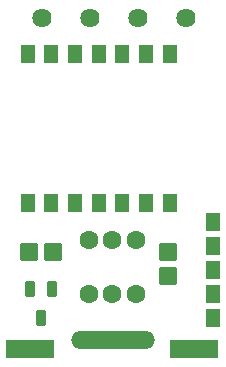
<source format=gts>
G04 Layer: TopSolderMaskLayer*
G04 EasyEDA v6.5.23, 2023-04-30 22:23:46*
G04 780a14c897c5458fb3efe7b42501c717,664421963ecb4a5db0a4e46f32b0c09c,10*
G04 Gerber Generator version 0.2*
G04 Scale: 100 percent, Rotated: No, Reflected: No *
G04 Dimensions in millimeters *
G04 leading zeros omitted , absolute positions ,4 integer and 5 decimal *
%FSLAX45Y45*%
%MOMM*%

%AMMACRO1*1,1,$1,$2,$3*1,1,$1,$4,$5*1,1,$1,0-$2,0-$3*1,1,$1,0-$4,0-$5*20,1,$1,$2,$3,$4,$5,0*20,1,$1,$4,$5,0-$2,0-$3,0*20,1,$1,0-$2,0-$3,0-$4,0-$5,0*20,1,$1,0-$4,0-$5,$2,$3,0*4,1,4,$2,$3,$4,$5,0-$2,0-$3,0-$4,0-$5,$2,$3,0*%
%ADD10MACRO1,0.1016X-2X0.75X2X0.75*%
%ADD11MACRO1,0.1016X0.5663X-0.6885X0.5663X0.6885*%
%ADD12MACRO1,0.1016X-0.35X0.625X0.35X0.625*%
%ADD13MACRO1,0.1016X-0.705X-0.675X-0.705X0.675*%
%ADD14MACRO1,0.1016X0.705X-0.675X0.705X0.675*%
%ADD15MACRO1,0.1016X0.5004X0.7506X0.5004X-0.7506*%
%ADD16C,1.6000*%
%ADD17MACRO1,0.1016X-0.675X0.705X0.675X0.705*%
%ADD18MACRO1,0.1016X-0.675X-0.705X0.675X-0.705*%
%ADD19C,1.6256*%
%ADD20O,7.101586000000001X1.5015972000000002*%

%LPD*%
D10*
G01*
X412800Y130605D03*
G01*
X1803450Y130605D03*
D11*
G01*
X1968494Y596899D03*
G01*
X1968494Y1003299D03*
G01*
X1968494Y1206499D03*
G01*
X1968494Y800099D03*
G01*
X1968494Y393699D03*
D12*
G01*
X507999Y389381D03*
G01*
X413003Y639317D03*
G01*
X602996Y639317D03*
D13*
G01*
X608002Y952499D03*
D14*
G01*
X407997Y952499D03*
D15*
G01*
X1597660Y2628899D03*
G01*
X1397000Y2628899D03*
G01*
X1196339Y2628899D03*
G01*
X998219Y2628899D03*
G01*
X797559Y2628899D03*
G01*
X596899Y2628899D03*
G01*
X398780Y2628899D03*
G01*
X1597660Y1369059D03*
G01*
X1397000Y1369059D03*
G01*
X1196339Y1369059D03*
G01*
X998219Y1369059D03*
G01*
X797559Y1369059D03*
G01*
X596899Y1369059D03*
G01*
X398780Y1369059D03*
D16*
G01*
X913460Y1047750D03*
G01*
X1113459Y1047750D03*
G01*
X1313459Y1047750D03*
G01*
X1313459Y597763D03*
G01*
X1113459Y597763D03*
G01*
X913460Y597763D03*
D17*
G01*
X1587500Y750897D03*
D18*
G01*
X1587500Y950902D03*
D19*
G01*
X520700Y2933700D03*
G01*
X927100Y2933700D03*
G01*
X1333500Y2933700D03*
G01*
X1739900Y2933700D03*
D20*
G01*
X1115060Y203200D03*
M02*

</source>
